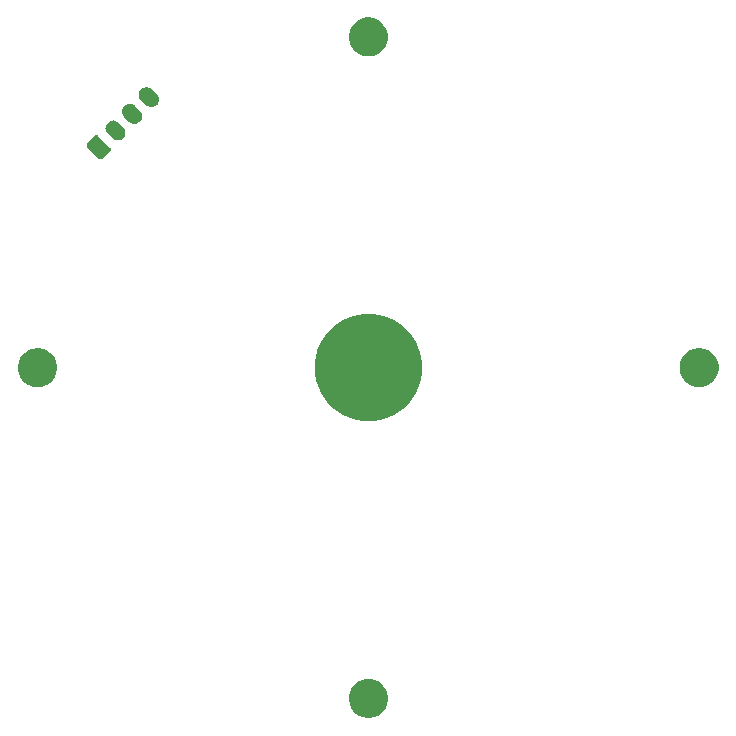
<source format=gbr>
G04 #@! TF.GenerationSoftware,KiCad,Pcbnew,(5.0.2)-1*
G04 #@! TF.CreationDate,2019-06-21T17:09:31-07:00*
G04 #@! TF.ProjectId,slip_ring_rotor,736c6970-5f72-4696-9e67-5f726f746f72,rev?*
G04 #@! TF.SameCoordinates,Original*
G04 #@! TF.FileFunction,Soldermask,Bot*
G04 #@! TF.FilePolarity,Negative*
%FSLAX46Y46*%
G04 Gerber Fmt 4.6, Leading zero omitted, Abs format (unit mm)*
G04 Created by KiCad (PCBNEW (5.0.2)-1) date 6/21/2019 5:09:31 PM*
%MOMM*%
%LPD*%
G01*
G04 APERTURE LIST*
%ADD10C,0.100000*%
G04 APERTURE END LIST*
D10*
G36*
X375256Y-26391298D02*
X481579Y-26412447D01*
X782042Y-26536903D01*
X1048852Y-26715180D01*
X1052454Y-26717587D01*
X1282413Y-26947546D01*
X1463098Y-27217960D01*
X1587553Y-27518422D01*
X1651000Y-27837389D01*
X1651000Y-28162611D01*
X1587553Y-28481578D01*
X1463098Y-28782040D01*
X1282413Y-29052454D01*
X1052454Y-29282413D01*
X1052451Y-29282415D01*
X782042Y-29463097D01*
X481579Y-29587553D01*
X375256Y-29608702D01*
X162611Y-29651000D01*
X-162611Y-29651000D01*
X-375256Y-29608702D01*
X-481579Y-29587553D01*
X-782042Y-29463097D01*
X-1052451Y-29282415D01*
X-1052454Y-29282413D01*
X-1282413Y-29052454D01*
X-1463098Y-28782040D01*
X-1587553Y-28481578D01*
X-1651000Y-28162611D01*
X-1651000Y-27837389D01*
X-1587553Y-27518422D01*
X-1463098Y-27217960D01*
X-1282413Y-26947546D01*
X-1052454Y-26717587D01*
X-1048852Y-26715180D01*
X-782042Y-26536903D01*
X-481579Y-26412447D01*
X-375256Y-26391298D01*
X-162611Y-26349000D01*
X162611Y-26349000D01*
X375256Y-26391298D01*
X375256Y-26391298D01*
G37*
G36*
X1327475Y4376108D02*
X1327477Y4376107D01*
X1327478Y4376107D01*
X2155707Y4033044D01*
X2897727Y3537241D01*
X2901096Y3534990D01*
X3534990Y2901096D01*
X3534992Y2901093D01*
X4033044Y2155707D01*
X4319931Y1463098D01*
X4376108Y1327475D01*
X4551000Y448236D01*
X4551000Y-448236D01*
X4430814Y-1052451D01*
X4376107Y-1327478D01*
X4033044Y-2155707D01*
X3537241Y-2897727D01*
X3534990Y-2901096D01*
X2901096Y-3534990D01*
X2901093Y-3534992D01*
X2155707Y-4033044D01*
X1327478Y-4376107D01*
X1327477Y-4376107D01*
X1327475Y-4376108D01*
X448236Y-4551000D01*
X-448236Y-4551000D01*
X-1327475Y-4376108D01*
X-1327477Y-4376107D01*
X-1327478Y-4376107D01*
X-2155707Y-4033044D01*
X-2901093Y-3534992D01*
X-2901096Y-3534990D01*
X-3534990Y-2901096D01*
X-3537241Y-2897727D01*
X-4033044Y-2155707D01*
X-4376107Y-1327478D01*
X-4430813Y-1052451D01*
X-4551000Y-448236D01*
X-4551000Y448236D01*
X-4376108Y1327475D01*
X-4319931Y1463098D01*
X-4033044Y2155707D01*
X-3534992Y2901093D01*
X-3534990Y2901096D01*
X-2901096Y3534990D01*
X-2897727Y3537241D01*
X-2155707Y4033044D01*
X-1327478Y4376107D01*
X-1327477Y4376107D01*
X-1327475Y4376108D01*
X-448236Y4551000D01*
X448236Y4551000D01*
X1327475Y4376108D01*
X1327475Y4376108D01*
G37*
G36*
X-27624744Y1608702D02*
X-27518421Y1587553D01*
X-27217958Y1463097D01*
X-27014990Y1327478D01*
X-26947546Y1282413D01*
X-26717587Y1052454D01*
X-26536902Y782040D01*
X-26412447Y481578D01*
X-26349000Y162611D01*
X-26349000Y-162611D01*
X-26412447Y-481578D01*
X-26536902Y-782040D01*
X-26717587Y-1052454D01*
X-26947546Y-1282413D01*
X-26947549Y-1282415D01*
X-27217958Y-1463097D01*
X-27518421Y-1587553D01*
X-27624744Y-1608702D01*
X-27837389Y-1651000D01*
X-28162611Y-1651000D01*
X-28375256Y-1608702D01*
X-28481579Y-1587553D01*
X-28782042Y-1463097D01*
X-29052451Y-1282415D01*
X-29052454Y-1282413D01*
X-29282413Y-1052454D01*
X-29463098Y-782040D01*
X-29587553Y-481578D01*
X-29651000Y-162611D01*
X-29651000Y162611D01*
X-29587553Y481578D01*
X-29463098Y782040D01*
X-29282413Y1052454D01*
X-29052454Y1282413D01*
X-28985010Y1327478D01*
X-28782042Y1463097D01*
X-28481579Y1587553D01*
X-28375256Y1608702D01*
X-28162611Y1651000D01*
X-27837389Y1651000D01*
X-27624744Y1608702D01*
X-27624744Y1608702D01*
G37*
G36*
X28375256Y1608702D02*
X28481579Y1587553D01*
X28782042Y1463097D01*
X28985010Y1327478D01*
X29052454Y1282413D01*
X29282413Y1052454D01*
X29463098Y782040D01*
X29587553Y481578D01*
X29651000Y162611D01*
X29651000Y-162611D01*
X29587553Y-481578D01*
X29463098Y-782040D01*
X29282413Y-1052454D01*
X29052454Y-1282413D01*
X29052451Y-1282415D01*
X28782042Y-1463097D01*
X28481579Y-1587553D01*
X28375256Y-1608702D01*
X28162611Y-1651000D01*
X27837389Y-1651000D01*
X27624744Y-1608702D01*
X27518421Y-1587553D01*
X27217958Y-1463097D01*
X26947549Y-1282415D01*
X26947546Y-1282413D01*
X26717587Y-1052454D01*
X26536902Y-782040D01*
X26412447Y-481578D01*
X26349000Y-162611D01*
X26349000Y162611D01*
X26412447Y481578D01*
X26536902Y782040D01*
X26717587Y1052454D01*
X26947546Y1282413D01*
X27014990Y1327478D01*
X27217958Y1463097D01*
X27518421Y1587553D01*
X27624744Y1608702D01*
X27837389Y1651000D01*
X28162611Y1651000D01*
X28375256Y1608702D01*
X28375256Y1608702D01*
G37*
G36*
X-22984307Y19700125D02*
X-22947210Y19688872D01*
X-22913029Y19670602D01*
X-22878297Y19642097D01*
X-21857903Y18621703D01*
X-21829398Y18586971D01*
X-21811128Y18552790D01*
X-21799875Y18515693D01*
X-21796076Y18477119D01*
X-21799875Y18438545D01*
X-21811128Y18401448D01*
X-21829398Y18367267D01*
X-21857903Y18332535D01*
X-22489389Y17701049D01*
X-22524121Y17672544D01*
X-22558302Y17654274D01*
X-22595399Y17643021D01*
X-22633973Y17639222D01*
X-22672547Y17643021D01*
X-22709644Y17654274D01*
X-22743825Y17672544D01*
X-22778557Y17701049D01*
X-23798951Y18721443D01*
X-23827456Y18756175D01*
X-23845726Y18790356D01*
X-23856979Y18827453D01*
X-23860778Y18866027D01*
X-23856979Y18904601D01*
X-23845726Y18941698D01*
X-23827456Y18975879D01*
X-23798951Y19010611D01*
X-23167465Y19642097D01*
X-23132733Y19670602D01*
X-23098552Y19688872D01*
X-23061455Y19700125D01*
X-23022881Y19703924D01*
X-22984307Y19700125D01*
X-22984307Y19700125D01*
G37*
G36*
X-21481048Y20921821D02*
X-21358337Y20884596D01*
X-21358335Y20884595D01*
X-21245241Y20824146D01*
X-21201433Y20788193D01*
X-21170948Y20763175D01*
X-20736825Y20329052D01*
X-20675855Y20254760D01*
X-20615404Y20141664D01*
X-20578179Y20018953D01*
X-20565611Y19891334D01*
X-20578179Y19763714D01*
X-20615404Y19641003D01*
X-20615405Y19641001D01*
X-20675854Y19527907D01*
X-20757206Y19428780D01*
X-20856333Y19347428D01*
X-20969427Y19286979D01*
X-20969429Y19286978D01*
X-21092140Y19249753D01*
X-21210058Y19238141D01*
X-21219759Y19237185D01*
X-21219760Y19237185D01*
X-21347379Y19249753D01*
X-21470090Y19286978D01*
X-21470092Y19286979D01*
X-21583185Y19347428D01*
X-21596507Y19358361D01*
X-21657478Y19408399D01*
X-22091601Y19842522D01*
X-22131659Y19891333D01*
X-22152572Y19916815D01*
X-22213021Y20029909D01*
X-22213022Y20029911D01*
X-22250247Y20152622D01*
X-22262815Y20280241D01*
X-22250247Y20407860D01*
X-22213022Y20530571D01*
X-22213021Y20530573D01*
X-22152572Y20643667D01*
X-22071220Y20742794D01*
X-21972093Y20824146D01*
X-21858999Y20884595D01*
X-21858997Y20884596D01*
X-21736286Y20921821D01*
X-21608667Y20934389D01*
X-21481048Y20921821D01*
X-21481048Y20921821D01*
G37*
G36*
X-20066835Y22336034D02*
X-19944124Y22298809D01*
X-19944122Y22298808D01*
X-19831028Y22238359D01*
X-19787220Y22202406D01*
X-19756735Y22177388D01*
X-19322612Y21743265D01*
X-19261642Y21668973D01*
X-19201191Y21555877D01*
X-19163966Y21433166D01*
X-19151398Y21305547D01*
X-19163966Y21177927D01*
X-19201191Y21055216D01*
X-19201192Y21055214D01*
X-19261641Y20942120D01*
X-19342993Y20842993D01*
X-19442120Y20761641D01*
X-19555214Y20701192D01*
X-19555216Y20701191D01*
X-19677927Y20663966D01*
X-19795845Y20652354D01*
X-19805546Y20651398D01*
X-19805547Y20651398D01*
X-19933166Y20663966D01*
X-20055877Y20701191D01*
X-20133711Y20742794D01*
X-20168972Y20761641D01*
X-20182294Y20772574D01*
X-20243265Y20822612D01*
X-20677388Y21256735D01*
X-20717446Y21305546D01*
X-20738359Y21331028D01*
X-20798808Y21444122D01*
X-20798809Y21444124D01*
X-20836034Y21566835D01*
X-20848602Y21694454D01*
X-20836034Y21822073D01*
X-20798809Y21944784D01*
X-20798808Y21944786D01*
X-20738359Y22057880D01*
X-20657007Y22157007D01*
X-20557880Y22238359D01*
X-20444786Y22298808D01*
X-20444784Y22298809D01*
X-20322073Y22336034D01*
X-20194454Y22348602D01*
X-20066835Y22336034D01*
X-20066835Y22336034D01*
G37*
G36*
X-18652621Y23750248D02*
X-18529910Y23713023D01*
X-18529908Y23713022D01*
X-18416814Y23652573D01*
X-18373006Y23616620D01*
X-18342521Y23591602D01*
X-17908398Y23157479D01*
X-17847428Y23083187D01*
X-17786977Y22970091D01*
X-17749752Y22847380D01*
X-17737184Y22719761D01*
X-17749752Y22592141D01*
X-17786977Y22469430D01*
X-17786978Y22469428D01*
X-17847427Y22356334D01*
X-17928779Y22257207D01*
X-18027906Y22175855D01*
X-18141000Y22115406D01*
X-18141002Y22115405D01*
X-18263713Y22078180D01*
X-18381631Y22066568D01*
X-18391332Y22065612D01*
X-18391333Y22065612D01*
X-18518952Y22078180D01*
X-18641663Y22115405D01*
X-18641665Y22115406D01*
X-18754758Y22175855D01*
X-18768080Y22186788D01*
X-18829051Y22236826D01*
X-19263174Y22670949D01*
X-19303232Y22719760D01*
X-19324145Y22745242D01*
X-19384594Y22858336D01*
X-19384595Y22858338D01*
X-19421820Y22981049D01*
X-19434388Y23108668D01*
X-19421820Y23236287D01*
X-19384595Y23358998D01*
X-19384594Y23359000D01*
X-19324145Y23472094D01*
X-19242793Y23571221D01*
X-19143666Y23652573D01*
X-19030572Y23713022D01*
X-19030570Y23713023D01*
X-18907859Y23750248D01*
X-18780240Y23762816D01*
X-18652621Y23750248D01*
X-18652621Y23750248D01*
G37*
G36*
X375256Y29608702D02*
X481579Y29587553D01*
X782042Y29463097D01*
X1048852Y29284820D01*
X1052454Y29282413D01*
X1282413Y29052454D01*
X1463098Y28782040D01*
X1587553Y28481578D01*
X1651000Y28162611D01*
X1651000Y27837389D01*
X1587553Y27518422D01*
X1463098Y27217960D01*
X1282413Y26947546D01*
X1052454Y26717587D01*
X1052451Y26717585D01*
X782042Y26536903D01*
X481579Y26412447D01*
X375256Y26391298D01*
X162611Y26349000D01*
X-162611Y26349000D01*
X-375256Y26391298D01*
X-481579Y26412447D01*
X-782042Y26536903D01*
X-1052451Y26717585D01*
X-1052454Y26717587D01*
X-1282413Y26947546D01*
X-1463098Y27217960D01*
X-1587553Y27518422D01*
X-1651000Y27837389D01*
X-1651000Y28162611D01*
X-1587553Y28481578D01*
X-1463098Y28782040D01*
X-1282413Y29052454D01*
X-1052454Y29282413D01*
X-1048852Y29284820D01*
X-782042Y29463097D01*
X-481579Y29587553D01*
X-375256Y29608702D01*
X-162611Y29651000D01*
X162611Y29651000D01*
X375256Y29608702D01*
X375256Y29608702D01*
G37*
M02*

</source>
